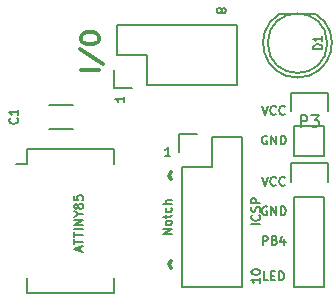
<source format=gbr>
G04 #@! TF.FileFunction,Legend,Top*
%FSLAX46Y46*%
G04 Gerber Fmt 4.6, Leading zero omitted, Abs format (unit mm)*
G04 Created by KiCad (PCBNEW 4.0.1-stable) date 2/3/2016 5:41:03 PM*
%MOMM*%
G01*
G04 APERTURE LIST*
%ADD10C,0.100000*%
%ADD11C,0.187500*%
%ADD12C,0.300000*%
%ADD13C,0.150000*%
G04 APERTURE END LIST*
D10*
D11*
X148071428Y-118839286D02*
X148071428Y-118089286D01*
X148357143Y-118089286D01*
X148428571Y-118125000D01*
X148464286Y-118160714D01*
X148500000Y-118232143D01*
X148500000Y-118339286D01*
X148464286Y-118410714D01*
X148428571Y-118446429D01*
X148357143Y-118482143D01*
X148071428Y-118482143D01*
X149071428Y-118446429D02*
X149178571Y-118482143D01*
X149214286Y-118517857D01*
X149250000Y-118589286D01*
X149250000Y-118696429D01*
X149214286Y-118767857D01*
X149178571Y-118803571D01*
X149107143Y-118839286D01*
X148821428Y-118839286D01*
X148821428Y-118089286D01*
X149071428Y-118089286D01*
X149142857Y-118125000D01*
X149178571Y-118160714D01*
X149214286Y-118232143D01*
X149214286Y-118303571D01*
X149178571Y-118375000D01*
X149142857Y-118410714D01*
X149071428Y-118446429D01*
X148821428Y-118446429D01*
X149892857Y-118339286D02*
X149892857Y-118839286D01*
X149714286Y-118053571D02*
X149535714Y-118589286D01*
X150000000Y-118589286D01*
D12*
X134178571Y-104071429D02*
X132678571Y-104071429D01*
X132607143Y-102285715D02*
X134535714Y-103571429D01*
X132678571Y-101500000D02*
X132678571Y-101214286D01*
X132750000Y-101071428D01*
X132892857Y-100928571D01*
X133178571Y-100857143D01*
X133678571Y-100857143D01*
X133964286Y-100928571D01*
X134107143Y-101071428D01*
X134178571Y-101214286D01*
X134178571Y-101500000D01*
X134107143Y-101642857D01*
X133964286Y-101785714D01*
X133678571Y-101857143D01*
X133178571Y-101857143D01*
X132892857Y-101785714D01*
X132750000Y-101642857D01*
X132678571Y-101500000D01*
D11*
X153089286Y-102303572D02*
X152339286Y-102303572D01*
X152339286Y-102125000D01*
X152375000Y-102017857D01*
X152446429Y-101946429D01*
X152517857Y-101910714D01*
X152660714Y-101875000D01*
X152767857Y-101875000D01*
X152910714Y-101910714D01*
X152982143Y-101946429D01*
X153053571Y-102017857D01*
X153089286Y-102125000D01*
X153089286Y-102303572D01*
X153089286Y-101160714D02*
X153089286Y-101589286D01*
X153089286Y-101375000D02*
X152339286Y-101375000D01*
X152446429Y-101446429D01*
X152517857Y-101517857D01*
X152553571Y-101589286D01*
X144589286Y-98928571D02*
X144625000Y-98857143D01*
X144660714Y-98821428D01*
X144732143Y-98785714D01*
X144767857Y-98785714D01*
X144839286Y-98821428D01*
X144875000Y-98857143D01*
X144910714Y-98928571D01*
X144910714Y-99071428D01*
X144875000Y-99142857D01*
X144839286Y-99178571D01*
X144767857Y-99214286D01*
X144732143Y-99214286D01*
X144660714Y-99178571D01*
X144625000Y-99142857D01*
X144589286Y-99071428D01*
X144589286Y-98928571D01*
X144553571Y-98857143D01*
X144517857Y-98821428D01*
X144446429Y-98785714D01*
X144303571Y-98785714D01*
X144232143Y-98821428D01*
X144196429Y-98857143D01*
X144160714Y-98928571D01*
X144160714Y-99071428D01*
X144196429Y-99142857D01*
X144232143Y-99178571D01*
X144303571Y-99214286D01*
X144446429Y-99214286D01*
X144517857Y-99178571D01*
X144553571Y-99142857D01*
X144589286Y-99071428D01*
X136339286Y-106285714D02*
X136339286Y-106714286D01*
X136339286Y-106500000D02*
X135589286Y-106500000D01*
X135696429Y-106571429D01*
X135767857Y-106642857D01*
X135803571Y-106714286D01*
X140339286Y-117928571D02*
X139589286Y-117928571D01*
X140339286Y-117499999D01*
X139589286Y-117499999D01*
X140339286Y-117035714D02*
X140303571Y-117107142D01*
X140267857Y-117142857D01*
X140196429Y-117178571D01*
X139982143Y-117178571D01*
X139910714Y-117142857D01*
X139875000Y-117107142D01*
X139839286Y-117035714D01*
X139839286Y-116928571D01*
X139875000Y-116857142D01*
X139910714Y-116821428D01*
X139982143Y-116785714D01*
X140196429Y-116785714D01*
X140267857Y-116821428D01*
X140303571Y-116857142D01*
X140339286Y-116928571D01*
X140339286Y-117035714D01*
X139839286Y-116571428D02*
X139839286Y-116285714D01*
X139589286Y-116464286D02*
X140232143Y-116464286D01*
X140303571Y-116428571D01*
X140339286Y-116357143D01*
X140339286Y-116285714D01*
X140303571Y-115714286D02*
X140339286Y-115785715D01*
X140339286Y-115928572D01*
X140303571Y-116000000D01*
X140267857Y-116035715D01*
X140196429Y-116071429D01*
X139982143Y-116071429D01*
X139910714Y-116035715D01*
X139875000Y-116000000D01*
X139839286Y-115928572D01*
X139839286Y-115785715D01*
X139875000Y-115714286D01*
X140339286Y-115392858D02*
X139589286Y-115392858D01*
X140339286Y-115071429D02*
X139946429Y-115071429D01*
X139875000Y-115107143D01*
X139839286Y-115178572D01*
X139839286Y-115285715D01*
X139875000Y-115357143D01*
X139910714Y-115392858D01*
D12*
X140321429Y-120785714D02*
X140107143Y-120500000D01*
X140321429Y-120214285D01*
X140321429Y-113285714D02*
X140107143Y-113000000D01*
X140321429Y-112714285D01*
D11*
X148517857Y-121839286D02*
X148160714Y-121839286D01*
X148160714Y-121089286D01*
X148767857Y-121446429D02*
X149017857Y-121446429D01*
X149125000Y-121839286D02*
X148767857Y-121839286D01*
X148767857Y-121089286D01*
X149125000Y-121089286D01*
X149446428Y-121839286D02*
X149446428Y-121089286D01*
X149625000Y-121089286D01*
X149732143Y-121125000D01*
X149803571Y-121196429D01*
X149839286Y-121267857D01*
X149875000Y-121410714D01*
X149875000Y-121517857D01*
X149839286Y-121660714D01*
X149803571Y-121732143D01*
X149732143Y-121803571D01*
X149625000Y-121839286D01*
X149446428Y-121839286D01*
X148428572Y-115625000D02*
X148357143Y-115589286D01*
X148250000Y-115589286D01*
X148142857Y-115625000D01*
X148071429Y-115696429D01*
X148035714Y-115767857D01*
X148000000Y-115910714D01*
X148000000Y-116017857D01*
X148035714Y-116160714D01*
X148071429Y-116232143D01*
X148142857Y-116303571D01*
X148250000Y-116339286D01*
X148321429Y-116339286D01*
X148428572Y-116303571D01*
X148464286Y-116267857D01*
X148464286Y-116017857D01*
X148321429Y-116017857D01*
X148785714Y-116339286D02*
X148785714Y-115589286D01*
X149214286Y-116339286D01*
X149214286Y-115589286D01*
X149571428Y-116339286D02*
X149571428Y-115589286D01*
X149750000Y-115589286D01*
X149857143Y-115625000D01*
X149928571Y-115696429D01*
X149964286Y-115767857D01*
X150000000Y-115910714D01*
X150000000Y-116017857D01*
X149964286Y-116160714D01*
X149928571Y-116232143D01*
X149857143Y-116303571D01*
X149750000Y-116339286D01*
X149571428Y-116339286D01*
X148000001Y-113089286D02*
X148250001Y-113839286D01*
X148500001Y-113089286D01*
X149178572Y-113767857D02*
X149142858Y-113803571D01*
X149035715Y-113839286D01*
X148964286Y-113839286D01*
X148857143Y-113803571D01*
X148785715Y-113732143D01*
X148750000Y-113660714D01*
X148714286Y-113517857D01*
X148714286Y-113410714D01*
X148750000Y-113267857D01*
X148785715Y-113196429D01*
X148857143Y-113125000D01*
X148964286Y-113089286D01*
X149035715Y-113089286D01*
X149142858Y-113125000D01*
X149178572Y-113160714D01*
X149928572Y-113767857D02*
X149892858Y-113803571D01*
X149785715Y-113839286D01*
X149714286Y-113839286D01*
X149607143Y-113803571D01*
X149535715Y-113732143D01*
X149500000Y-113660714D01*
X149464286Y-113517857D01*
X149464286Y-113410714D01*
X149500000Y-113267857D01*
X149535715Y-113196429D01*
X149607143Y-113125000D01*
X149714286Y-113089286D01*
X149785715Y-113089286D01*
X149892858Y-113125000D01*
X149928572Y-113160714D01*
X148428572Y-109625000D02*
X148357143Y-109589286D01*
X148250000Y-109589286D01*
X148142857Y-109625000D01*
X148071429Y-109696429D01*
X148035714Y-109767857D01*
X148000000Y-109910714D01*
X148000000Y-110017857D01*
X148035714Y-110160714D01*
X148071429Y-110232143D01*
X148142857Y-110303571D01*
X148250000Y-110339286D01*
X148321429Y-110339286D01*
X148428572Y-110303571D01*
X148464286Y-110267857D01*
X148464286Y-110017857D01*
X148321429Y-110017857D01*
X148785714Y-110339286D02*
X148785714Y-109589286D01*
X149214286Y-110339286D01*
X149214286Y-109589286D01*
X149571428Y-110339286D02*
X149571428Y-109589286D01*
X149750000Y-109589286D01*
X149857143Y-109625000D01*
X149928571Y-109696429D01*
X149964286Y-109767857D01*
X150000000Y-109910714D01*
X150000000Y-110017857D01*
X149964286Y-110160714D01*
X149928571Y-110232143D01*
X149857143Y-110303571D01*
X149750000Y-110339286D01*
X149571428Y-110339286D01*
X148000001Y-107089286D02*
X148250001Y-107839286D01*
X148500001Y-107089286D01*
X149178572Y-107767857D02*
X149142858Y-107803571D01*
X149035715Y-107839286D01*
X148964286Y-107839286D01*
X148857143Y-107803571D01*
X148785715Y-107732143D01*
X148750000Y-107660714D01*
X148714286Y-107517857D01*
X148714286Y-107410714D01*
X148750000Y-107267857D01*
X148785715Y-107196429D01*
X148857143Y-107125000D01*
X148964286Y-107089286D01*
X149035715Y-107089286D01*
X149142858Y-107125000D01*
X149178572Y-107160714D01*
X149928572Y-107767857D02*
X149892858Y-107803571D01*
X149785715Y-107839286D01*
X149714286Y-107839286D01*
X149607143Y-107803571D01*
X149535715Y-107732143D01*
X149500000Y-107660714D01*
X149464286Y-107517857D01*
X149464286Y-107410714D01*
X149500000Y-107267857D01*
X149535715Y-107196429D01*
X149607143Y-107125000D01*
X149714286Y-107089286D01*
X149785715Y-107089286D01*
X149892858Y-107125000D01*
X149928572Y-107160714D01*
X127267857Y-108125000D02*
X127303571Y-108160714D01*
X127339286Y-108267857D01*
X127339286Y-108339286D01*
X127303571Y-108446429D01*
X127232143Y-108517857D01*
X127160714Y-108553572D01*
X127017857Y-108589286D01*
X126910714Y-108589286D01*
X126767857Y-108553572D01*
X126696429Y-108517857D01*
X126625000Y-108446429D01*
X126589286Y-108339286D01*
X126589286Y-108267857D01*
X126625000Y-108160714D01*
X126660714Y-108125000D01*
X127339286Y-107410714D02*
X127339286Y-107839286D01*
X127339286Y-107625000D02*
X126589286Y-107625000D01*
X126696429Y-107696429D01*
X126767857Y-107767857D01*
X126803571Y-107839286D01*
X132625000Y-119357143D02*
X132625000Y-119000000D01*
X132839286Y-119428571D02*
X132089286Y-119178571D01*
X132839286Y-118928571D01*
X132089286Y-118785714D02*
X132089286Y-118357143D01*
X132839286Y-118571429D02*
X132089286Y-118571429D01*
X132089286Y-118214285D02*
X132089286Y-117785714D01*
X132839286Y-118000000D02*
X132089286Y-118000000D01*
X132839286Y-117535714D02*
X132089286Y-117535714D01*
X132839286Y-117178571D02*
X132089286Y-117178571D01*
X132839286Y-116749999D01*
X132089286Y-116749999D01*
X132482143Y-116249999D02*
X132839286Y-116249999D01*
X132089286Y-116499999D02*
X132482143Y-116249999D01*
X132089286Y-115999999D01*
X132410714Y-115642857D02*
X132375000Y-115714285D01*
X132339286Y-115750000D01*
X132267857Y-115785714D01*
X132232143Y-115785714D01*
X132160714Y-115750000D01*
X132125000Y-115714285D01*
X132089286Y-115642857D01*
X132089286Y-115500000D01*
X132125000Y-115428571D01*
X132160714Y-115392857D01*
X132232143Y-115357142D01*
X132267857Y-115357142D01*
X132339286Y-115392857D01*
X132375000Y-115428571D01*
X132410714Y-115500000D01*
X132410714Y-115642857D01*
X132446429Y-115714285D01*
X132482143Y-115750000D01*
X132553571Y-115785714D01*
X132696429Y-115785714D01*
X132767857Y-115750000D01*
X132803571Y-115714285D01*
X132839286Y-115642857D01*
X132839286Y-115500000D01*
X132803571Y-115428571D01*
X132767857Y-115392857D01*
X132696429Y-115357142D01*
X132553571Y-115357142D01*
X132482143Y-115392857D01*
X132446429Y-115428571D01*
X132410714Y-115500000D01*
X132089286Y-114678571D02*
X132089286Y-115035714D01*
X132446429Y-115071428D01*
X132410714Y-115035714D01*
X132375000Y-114964285D01*
X132375000Y-114785714D01*
X132410714Y-114714285D01*
X132446429Y-114678571D01*
X132517857Y-114642856D01*
X132696429Y-114642856D01*
X132767857Y-114678571D01*
X132803571Y-114714285D01*
X132839286Y-114785714D01*
X132839286Y-114964285D01*
X132803571Y-115035714D01*
X132767857Y-115071428D01*
X147839286Y-121642857D02*
X147839286Y-122071429D01*
X147839286Y-121857143D02*
X147089286Y-121857143D01*
X147196429Y-121928572D01*
X147267857Y-122000000D01*
X147303571Y-122071429D01*
X147089286Y-121178571D02*
X147089286Y-121107143D01*
X147125000Y-121035714D01*
X147160714Y-121000000D01*
X147232143Y-120964286D01*
X147375000Y-120928571D01*
X147553571Y-120928571D01*
X147696429Y-120964286D01*
X147767857Y-121000000D01*
X147803571Y-121035714D01*
X147839286Y-121107143D01*
X147839286Y-121178571D01*
X147803571Y-121250000D01*
X147767857Y-121285714D01*
X147696429Y-121321429D01*
X147553571Y-121357143D01*
X147375000Y-121357143D01*
X147232143Y-121321429D01*
X147160714Y-121285714D01*
X147125000Y-121250000D01*
X147089286Y-121178571D01*
X140214286Y-111339286D02*
X139785714Y-111339286D01*
X140000000Y-111339286D02*
X140000000Y-110589286D01*
X139928571Y-110696429D01*
X139857143Y-110767857D01*
X139785714Y-110803571D01*
X147839286Y-117107143D02*
X147089286Y-117107143D01*
X147767857Y-116321428D02*
X147803571Y-116357142D01*
X147839286Y-116464285D01*
X147839286Y-116535714D01*
X147803571Y-116642857D01*
X147732143Y-116714285D01*
X147660714Y-116750000D01*
X147517857Y-116785714D01*
X147410714Y-116785714D01*
X147267857Y-116750000D01*
X147196429Y-116714285D01*
X147125000Y-116642857D01*
X147089286Y-116535714D01*
X147089286Y-116464285D01*
X147125000Y-116357142D01*
X147160714Y-116321428D01*
X147803571Y-116035714D02*
X147839286Y-115928571D01*
X147839286Y-115750000D01*
X147803571Y-115678571D01*
X147767857Y-115642857D01*
X147696429Y-115607142D01*
X147625000Y-115607142D01*
X147553571Y-115642857D01*
X147517857Y-115678571D01*
X147482143Y-115750000D01*
X147446429Y-115892857D01*
X147410714Y-115964285D01*
X147375000Y-116000000D01*
X147303571Y-116035714D01*
X147232143Y-116035714D01*
X147160714Y-116000000D01*
X147125000Y-115964285D01*
X147089286Y-115892857D01*
X147089286Y-115714285D01*
X147125000Y-115607142D01*
X147839286Y-115285714D02*
X147089286Y-115285714D01*
X147089286Y-114999999D01*
X147125000Y-114928571D01*
X147160714Y-114892856D01*
X147232143Y-114857142D01*
X147339286Y-114857142D01*
X147410714Y-114892856D01*
X147446429Y-114928571D01*
X147482143Y-114999999D01*
X147482143Y-115285714D01*
D13*
X130000000Y-109025000D02*
X132000000Y-109025000D01*
X132000000Y-106975000D02*
X130000000Y-106975000D01*
X149475096Y-99285112D02*
G75*
G03X152500000Y-99270000I1524904J-2484888D01*
G01*
X149500000Y-99270000D02*
X152500000Y-99270000D01*
X153517936Y-101770000D02*
G75*
G03X153517936Y-101770000I-2517936J0D01*
G01*
X128135000Y-110705000D02*
X128135000Y-111975000D01*
X135485000Y-110705000D02*
X135485000Y-111975000D01*
X135485000Y-122915000D02*
X135485000Y-121645000D01*
X128135000Y-122915000D02*
X128135000Y-121645000D01*
X128135000Y-110705000D02*
X135485000Y-110705000D01*
X128135000Y-122915000D02*
X135485000Y-122915000D01*
X128135000Y-111975000D02*
X127200000Y-111975000D01*
X146310000Y-109730000D02*
X146310000Y-122430000D01*
X146310000Y-122430000D02*
X141230000Y-122430000D01*
X141230000Y-122430000D02*
X141230000Y-112270000D01*
X146310000Y-109730000D02*
X143770000Y-109730000D01*
X142500000Y-109450000D02*
X140950000Y-109450000D01*
X143770000Y-109730000D02*
X143770000Y-112270000D01*
X143770000Y-112270000D02*
X141230000Y-112270000D01*
X140950000Y-109450000D02*
X140950000Y-111000000D01*
X138270000Y-105270000D02*
X145890000Y-105270000D01*
X145890000Y-105270000D02*
X145890000Y-100190000D01*
X145890000Y-100190000D02*
X135730000Y-100190000D01*
X135730000Y-100190000D02*
X135730000Y-102730000D01*
X135450000Y-104000000D02*
X135450000Y-105550000D01*
X135730000Y-102730000D02*
X138270000Y-102730000D01*
X138270000Y-102730000D02*
X138270000Y-105270000D01*
X135450000Y-105550000D02*
X137000000Y-105550000D01*
X150730000Y-114770000D02*
X150730000Y-122390000D01*
X153270000Y-114770000D02*
X153270000Y-122390000D01*
X153550000Y-111950000D02*
X153550000Y-113500000D01*
X150730000Y-122390000D02*
X153270000Y-122390000D01*
X153270000Y-114770000D02*
X150730000Y-114770000D01*
X150450000Y-113500000D02*
X150450000Y-111950000D01*
X150450000Y-111950000D02*
X153550000Y-111950000D01*
X153270000Y-108770000D02*
X153270000Y-111310000D01*
X153550000Y-105950000D02*
X153550000Y-107500000D01*
X153270000Y-108770000D02*
X150730000Y-108770000D01*
X150450000Y-107500000D02*
X150450000Y-105950000D01*
X150450000Y-105950000D02*
X153550000Y-105950000D01*
X150730000Y-108770000D02*
X150730000Y-111310000D01*
X150730000Y-111310000D02*
X153270000Y-111310000D01*
X151261905Y-108852381D02*
X151261905Y-107852381D01*
X151642858Y-107852381D01*
X151738096Y-107900000D01*
X151785715Y-107947619D01*
X151833334Y-108042857D01*
X151833334Y-108185714D01*
X151785715Y-108280952D01*
X151738096Y-108328571D01*
X151642858Y-108376190D01*
X151261905Y-108376190D01*
X152166667Y-107852381D02*
X152785715Y-107852381D01*
X152452381Y-108233333D01*
X152595239Y-108233333D01*
X152690477Y-108280952D01*
X152738096Y-108328571D01*
X152785715Y-108423810D01*
X152785715Y-108661905D01*
X152738096Y-108757143D01*
X152690477Y-108804762D01*
X152595239Y-108852381D01*
X152309524Y-108852381D01*
X152214286Y-108804762D01*
X152166667Y-108757143D01*
M02*

</source>
